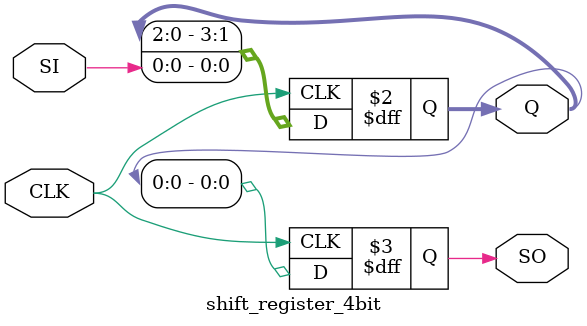
<source format=v>
module shift_register_4bit (
    input CLK,
    input SI,
    output SO,
    output [3:0] Q
);

reg SO;
reg [3:0] Q;

always @(posedge CLK) begin
    Q <= {Q[2:0], SI};
    SO <= Q[0];
end

endmodule

</source>
